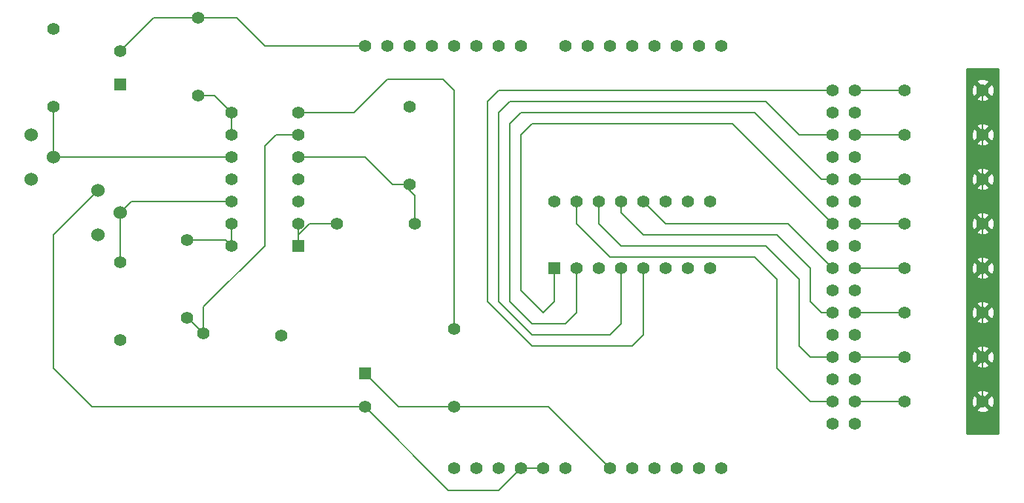
<source format=gtl>
G04 (created by PCBNEW-RS274X (2012-apr-16-27)-stable) date tor 22 apr 2014 20:35:00 CEST*
G01*
G70*
G90*
%MOIN*%
G04 Gerber Fmt 3.4, Leading zero omitted, Abs format*
%FSLAX34Y34*%
G04 APERTURE LIST*
%ADD10C,0.006000*%
%ADD11C,0.060000*%
%ADD12C,0.055000*%
%ADD13R,0.055000X0.055000*%
%ADD14C,0.008000*%
%ADD15C,0.010000*%
G04 APERTURE END LIST*
G54D10*
G54D11*
X60500Y-48000D03*
X61500Y-49000D03*
X60500Y-50000D03*
X57500Y-45500D03*
X58500Y-46500D03*
X57500Y-47500D03*
G54D12*
X96750Y-55500D03*
X100250Y-55500D03*
X61500Y-51250D03*
X61500Y-54750D03*
X58500Y-44250D03*
X58500Y-40750D03*
X74750Y-49500D03*
X71250Y-49500D03*
X64500Y-53750D03*
X64500Y-50250D03*
X74500Y-47750D03*
X74500Y-44250D03*
X68749Y-54546D03*
X65251Y-54454D03*
X65000Y-40250D03*
X65000Y-43750D03*
X76500Y-57750D03*
X76500Y-54250D03*
X96750Y-57500D03*
X100250Y-57500D03*
X96750Y-53500D03*
X100250Y-53500D03*
X96750Y-51500D03*
X100250Y-51500D03*
X96750Y-49500D03*
X100250Y-49500D03*
X96750Y-47500D03*
X100250Y-47500D03*
X96750Y-45500D03*
X100250Y-45500D03*
X96750Y-43500D03*
X100250Y-43500D03*
G54D13*
X81000Y-51500D03*
G54D12*
X82000Y-51500D03*
X83000Y-51500D03*
X84000Y-51500D03*
X85000Y-51500D03*
X86000Y-51500D03*
X87000Y-51500D03*
X88000Y-51500D03*
X88000Y-48500D03*
X87000Y-48500D03*
X86000Y-48500D03*
X85000Y-48500D03*
X84000Y-48500D03*
X83000Y-48500D03*
X82000Y-48500D03*
X81000Y-48500D03*
G54D13*
X69500Y-50500D03*
G54D12*
X69500Y-49500D03*
X69500Y-48500D03*
X69500Y-47500D03*
X69500Y-46500D03*
X69500Y-45500D03*
X69500Y-44500D03*
X66500Y-44500D03*
X66500Y-45500D03*
X66500Y-46500D03*
X66500Y-47500D03*
X66500Y-48500D03*
X66500Y-49500D03*
X66500Y-50500D03*
G54D13*
X61500Y-43250D03*
G54D12*
X61500Y-41750D03*
G54D13*
X72500Y-56250D03*
G54D12*
X72500Y-57750D03*
X94500Y-58500D03*
X94500Y-57500D03*
X94500Y-56500D03*
X94500Y-55500D03*
X94500Y-54500D03*
X94500Y-53500D03*
X94500Y-52500D03*
X94500Y-51500D03*
X93500Y-51500D03*
X93500Y-52500D03*
X93500Y-53500D03*
X93500Y-54500D03*
X93500Y-55500D03*
X93500Y-56500D03*
X93500Y-57500D03*
X93500Y-58500D03*
X94500Y-50500D03*
X94500Y-49500D03*
X93500Y-50500D03*
X93500Y-49500D03*
X94500Y-48500D03*
X94500Y-47500D03*
X94500Y-46500D03*
X94500Y-45500D03*
X94500Y-44500D03*
X94500Y-43500D03*
X93500Y-48500D03*
X93500Y-47500D03*
X93500Y-46500D03*
X93500Y-45500D03*
X93500Y-44500D03*
X93500Y-43500D03*
X81500Y-41500D03*
X82500Y-41500D03*
X83500Y-41500D03*
X84500Y-41500D03*
X85500Y-41500D03*
X86500Y-41500D03*
X87500Y-41500D03*
X88500Y-41500D03*
X79500Y-41500D03*
X78500Y-41500D03*
X77500Y-41500D03*
X76500Y-41500D03*
X75500Y-41500D03*
X74500Y-41500D03*
X73500Y-41500D03*
X72500Y-41500D03*
X88500Y-60500D03*
X87500Y-60500D03*
X86500Y-60500D03*
X85500Y-60500D03*
X84500Y-60500D03*
X83500Y-60500D03*
X81500Y-60500D03*
X80500Y-60500D03*
X79500Y-60500D03*
X78500Y-60500D03*
X77500Y-60500D03*
X76500Y-60500D03*
G54D14*
X72500Y-57750D02*
X60250Y-57750D01*
X58500Y-50000D02*
X60500Y-48000D01*
X58500Y-56000D02*
X58500Y-50000D01*
X60250Y-57750D02*
X58500Y-56000D01*
X79500Y-60500D02*
X80500Y-60500D01*
X76250Y-61500D02*
X72500Y-57750D01*
X79500Y-60500D02*
X78500Y-61500D01*
X78500Y-61500D02*
X76250Y-61500D01*
X73500Y-43000D02*
X76000Y-43000D01*
X76500Y-43500D02*
X76500Y-54250D01*
X72000Y-44500D02*
X73500Y-43000D01*
X69500Y-44500D02*
X72000Y-44500D01*
X76000Y-43000D02*
X76500Y-43500D01*
X65000Y-43750D02*
X65750Y-43750D01*
X65750Y-43750D02*
X66500Y-44500D01*
X66500Y-45500D02*
X66500Y-44500D01*
X68000Y-41500D02*
X72500Y-41500D01*
X63000Y-40250D02*
X61500Y-41750D01*
X66750Y-40250D02*
X68000Y-41500D01*
X65000Y-40250D02*
X63000Y-40250D01*
X65000Y-40250D02*
X66750Y-40250D01*
X96750Y-57500D02*
X94500Y-57500D01*
X66250Y-50250D02*
X66500Y-50500D01*
X64500Y-50250D02*
X66250Y-50250D01*
X66500Y-50500D02*
X66500Y-49500D01*
X96750Y-47500D02*
X94500Y-47500D01*
X96750Y-43500D02*
X94500Y-43500D01*
X96750Y-49500D02*
X94500Y-49500D01*
X96750Y-51500D02*
X94500Y-51500D01*
X96750Y-53500D02*
X94500Y-53500D01*
X71250Y-49500D02*
X70000Y-49500D01*
X70000Y-49500D02*
X69500Y-50000D01*
X69500Y-49500D02*
X69500Y-50500D01*
X74500Y-48000D02*
X74500Y-47750D01*
X74500Y-47750D02*
X73750Y-47750D01*
X73750Y-47750D02*
X72500Y-46500D01*
X72500Y-46500D02*
X69500Y-46500D01*
X74750Y-48250D02*
X74500Y-48000D01*
X74750Y-49500D02*
X74750Y-48250D01*
X65251Y-54454D02*
X65251Y-53249D01*
X65251Y-53249D02*
X68000Y-50500D01*
X68500Y-45500D02*
X69500Y-45500D01*
X64547Y-53750D02*
X65251Y-54454D01*
X68000Y-50500D02*
X68000Y-46000D01*
X68000Y-46000D02*
X68500Y-45500D01*
X64500Y-53750D02*
X64547Y-53750D01*
X58500Y-44250D02*
X58500Y-46500D01*
X58500Y-46500D02*
X66500Y-46500D01*
X96750Y-45500D02*
X94500Y-45500D01*
X80000Y-55000D02*
X84500Y-55000D01*
X84500Y-55000D02*
X85000Y-54500D01*
X93500Y-43500D02*
X78500Y-43500D01*
X78000Y-53000D02*
X80000Y-55000D01*
X78500Y-43500D02*
X78000Y-44000D01*
X78000Y-44000D02*
X78000Y-53000D01*
X85000Y-54500D02*
X85000Y-51500D01*
X82000Y-53500D02*
X82000Y-51500D01*
X79500Y-44500D02*
X79000Y-45000D01*
X81500Y-54000D02*
X82000Y-53500D01*
X80000Y-54000D02*
X81500Y-54000D01*
X79000Y-45000D02*
X79000Y-53000D01*
X93000Y-47500D02*
X90000Y-44500D01*
X93500Y-47500D02*
X93000Y-47500D01*
X79000Y-53000D02*
X80000Y-54000D01*
X90000Y-44500D02*
X79500Y-44500D01*
X62000Y-48500D02*
X66500Y-48500D01*
X61500Y-51250D02*
X61500Y-49000D01*
X61500Y-49000D02*
X62000Y-48500D01*
X91500Y-49500D02*
X86000Y-49500D01*
X93500Y-51500D02*
X91500Y-49500D01*
X86000Y-49500D02*
X85000Y-48500D01*
X90500Y-50500D02*
X84000Y-50500D01*
X93500Y-55500D02*
X92500Y-55500D01*
X83000Y-49500D02*
X83000Y-48500D01*
X84000Y-50500D02*
X83000Y-49500D01*
X92000Y-52000D02*
X90500Y-50500D01*
X92000Y-55000D02*
X92000Y-52000D01*
X92500Y-55500D02*
X92000Y-55000D01*
X80000Y-45000D02*
X79500Y-45500D01*
X89000Y-45000D02*
X80000Y-45000D01*
X79500Y-45500D02*
X79500Y-52500D01*
X93500Y-49500D02*
X89000Y-45000D01*
X79500Y-52500D02*
X80500Y-53500D01*
X81000Y-53000D02*
X81000Y-51500D01*
X80500Y-53500D02*
X81000Y-53000D01*
X93000Y-53500D02*
X92500Y-53000D01*
X84000Y-49000D02*
X84000Y-48500D01*
X93500Y-53500D02*
X93000Y-53500D01*
X85000Y-50000D02*
X84000Y-49000D01*
X91000Y-50000D02*
X85000Y-50000D01*
X92500Y-53000D02*
X92500Y-51500D01*
X92500Y-51500D02*
X91000Y-50000D01*
X83500Y-51000D02*
X82000Y-49500D01*
X91000Y-52000D02*
X90000Y-51000D01*
X92500Y-57500D02*
X91000Y-56000D01*
X91000Y-56000D02*
X91000Y-52000D01*
X82000Y-49500D02*
X82000Y-48500D01*
X90000Y-51000D02*
X83500Y-51000D01*
X93500Y-57500D02*
X92500Y-57500D01*
X96750Y-55500D02*
X94500Y-55500D01*
X74000Y-57750D02*
X72500Y-56250D01*
X76500Y-57750D02*
X74000Y-57750D01*
X76500Y-57750D02*
X80750Y-57750D01*
X80750Y-57750D02*
X83500Y-60500D01*
X90500Y-44000D02*
X79000Y-44000D01*
X84000Y-54000D02*
X84000Y-51500D01*
X80000Y-54500D02*
X83500Y-54500D01*
X83500Y-54500D02*
X84000Y-54000D01*
X78500Y-44500D02*
X78500Y-53000D01*
X78500Y-53000D02*
X80000Y-54500D01*
X79000Y-44000D02*
X78500Y-44500D01*
X92000Y-45500D02*
X90500Y-44000D01*
X93500Y-45500D02*
X92000Y-45500D01*
X100250Y-43500D02*
X100250Y-45500D01*
X100250Y-53500D02*
X100250Y-55500D01*
X100250Y-55500D02*
X100250Y-57500D01*
X100250Y-51500D02*
X100250Y-53500D01*
X100250Y-47500D02*
X100250Y-49500D01*
X100250Y-49500D02*
X100250Y-51500D01*
X100250Y-45500D02*
X100250Y-47500D01*
G54D10*
G36*
X100950Y-58950D02*
X100769Y-58950D01*
X100769Y-57574D01*
X100769Y-55574D01*
X100769Y-53574D01*
X100769Y-51574D01*
X100769Y-49574D01*
X100769Y-47574D01*
X100769Y-45574D01*
X100769Y-43574D01*
X100758Y-43370D01*
X100702Y-43233D01*
X100611Y-43210D01*
X100540Y-43281D01*
X100540Y-43139D01*
X100517Y-43048D01*
X100324Y-42981D01*
X100120Y-42992D01*
X99983Y-43048D01*
X99960Y-43139D01*
X100250Y-43429D01*
X100540Y-43139D01*
X100540Y-43281D01*
X100321Y-43500D01*
X100611Y-43790D01*
X100702Y-43767D01*
X100769Y-43574D01*
X100769Y-45574D01*
X100758Y-45370D01*
X100702Y-45233D01*
X100611Y-45210D01*
X100540Y-45281D01*
X100540Y-45139D01*
X100540Y-43861D01*
X100250Y-43571D01*
X100179Y-43642D01*
X100179Y-43500D01*
X99889Y-43210D01*
X99798Y-43233D01*
X99731Y-43426D01*
X99742Y-43630D01*
X99798Y-43767D01*
X99889Y-43790D01*
X100179Y-43500D01*
X100179Y-43642D01*
X99960Y-43861D01*
X99983Y-43952D01*
X100176Y-44019D01*
X100380Y-44008D01*
X100517Y-43952D01*
X100540Y-43861D01*
X100540Y-45139D01*
X100517Y-45048D01*
X100324Y-44981D01*
X100120Y-44992D01*
X99983Y-45048D01*
X99960Y-45139D01*
X100250Y-45429D01*
X100540Y-45139D01*
X100540Y-45281D01*
X100321Y-45500D01*
X100611Y-45790D01*
X100702Y-45767D01*
X100769Y-45574D01*
X100769Y-47574D01*
X100758Y-47370D01*
X100702Y-47233D01*
X100611Y-47210D01*
X100540Y-47281D01*
X100540Y-47139D01*
X100540Y-45861D01*
X100250Y-45571D01*
X100179Y-45642D01*
X100179Y-45500D01*
X99889Y-45210D01*
X99798Y-45233D01*
X99731Y-45426D01*
X99742Y-45630D01*
X99798Y-45767D01*
X99889Y-45790D01*
X100179Y-45500D01*
X100179Y-45642D01*
X99960Y-45861D01*
X99983Y-45952D01*
X100176Y-46019D01*
X100380Y-46008D01*
X100517Y-45952D01*
X100540Y-45861D01*
X100540Y-47139D01*
X100517Y-47048D01*
X100324Y-46981D01*
X100120Y-46992D01*
X99983Y-47048D01*
X99960Y-47139D01*
X100250Y-47429D01*
X100540Y-47139D01*
X100540Y-47281D01*
X100321Y-47500D01*
X100611Y-47790D01*
X100702Y-47767D01*
X100769Y-47574D01*
X100769Y-49574D01*
X100758Y-49370D01*
X100702Y-49233D01*
X100611Y-49210D01*
X100540Y-49281D01*
X100540Y-49139D01*
X100540Y-47861D01*
X100250Y-47571D01*
X100179Y-47642D01*
X100179Y-47500D01*
X99889Y-47210D01*
X99798Y-47233D01*
X99731Y-47426D01*
X99742Y-47630D01*
X99798Y-47767D01*
X99889Y-47790D01*
X100179Y-47500D01*
X100179Y-47642D01*
X99960Y-47861D01*
X99983Y-47952D01*
X100176Y-48019D01*
X100380Y-48008D01*
X100517Y-47952D01*
X100540Y-47861D01*
X100540Y-49139D01*
X100517Y-49048D01*
X100324Y-48981D01*
X100120Y-48992D01*
X99983Y-49048D01*
X99960Y-49139D01*
X100250Y-49429D01*
X100540Y-49139D01*
X100540Y-49281D01*
X100321Y-49500D01*
X100611Y-49790D01*
X100702Y-49767D01*
X100769Y-49574D01*
X100769Y-51574D01*
X100758Y-51370D01*
X100702Y-51233D01*
X100611Y-51210D01*
X100540Y-51281D01*
X100540Y-51139D01*
X100540Y-49861D01*
X100250Y-49571D01*
X100179Y-49642D01*
X100179Y-49500D01*
X99889Y-49210D01*
X99798Y-49233D01*
X99731Y-49426D01*
X99742Y-49630D01*
X99798Y-49767D01*
X99889Y-49790D01*
X100179Y-49500D01*
X100179Y-49642D01*
X99960Y-49861D01*
X99983Y-49952D01*
X100176Y-50019D01*
X100380Y-50008D01*
X100517Y-49952D01*
X100540Y-49861D01*
X100540Y-51139D01*
X100517Y-51048D01*
X100324Y-50981D01*
X100120Y-50992D01*
X99983Y-51048D01*
X99960Y-51139D01*
X100250Y-51429D01*
X100540Y-51139D01*
X100540Y-51281D01*
X100321Y-51500D01*
X100611Y-51790D01*
X100702Y-51767D01*
X100769Y-51574D01*
X100769Y-53574D01*
X100758Y-53370D01*
X100702Y-53233D01*
X100611Y-53210D01*
X100540Y-53281D01*
X100540Y-53139D01*
X100540Y-51861D01*
X100250Y-51571D01*
X100179Y-51642D01*
X100179Y-51500D01*
X99889Y-51210D01*
X99798Y-51233D01*
X99731Y-51426D01*
X99742Y-51630D01*
X99798Y-51767D01*
X99889Y-51790D01*
X100179Y-51500D01*
X100179Y-51642D01*
X99960Y-51861D01*
X99983Y-51952D01*
X100176Y-52019D01*
X100380Y-52008D01*
X100517Y-51952D01*
X100540Y-51861D01*
X100540Y-53139D01*
X100517Y-53048D01*
X100324Y-52981D01*
X100120Y-52992D01*
X99983Y-53048D01*
X99960Y-53139D01*
X100250Y-53429D01*
X100540Y-53139D01*
X100540Y-53281D01*
X100321Y-53500D01*
X100611Y-53790D01*
X100702Y-53767D01*
X100769Y-53574D01*
X100769Y-55574D01*
X100758Y-55370D01*
X100702Y-55233D01*
X100611Y-55210D01*
X100540Y-55281D01*
X100540Y-55139D01*
X100540Y-53861D01*
X100250Y-53571D01*
X100179Y-53642D01*
X100179Y-53500D01*
X99889Y-53210D01*
X99798Y-53233D01*
X99731Y-53426D01*
X99742Y-53630D01*
X99798Y-53767D01*
X99889Y-53790D01*
X100179Y-53500D01*
X100179Y-53642D01*
X99960Y-53861D01*
X99983Y-53952D01*
X100176Y-54019D01*
X100380Y-54008D01*
X100517Y-53952D01*
X100540Y-53861D01*
X100540Y-55139D01*
X100517Y-55048D01*
X100324Y-54981D01*
X100120Y-54992D01*
X99983Y-55048D01*
X99960Y-55139D01*
X100250Y-55429D01*
X100540Y-55139D01*
X100540Y-55281D01*
X100321Y-55500D01*
X100611Y-55790D01*
X100702Y-55767D01*
X100769Y-55574D01*
X100769Y-57574D01*
X100758Y-57370D01*
X100702Y-57233D01*
X100611Y-57210D01*
X100540Y-57281D01*
X100540Y-57139D01*
X100540Y-55861D01*
X100250Y-55571D01*
X100179Y-55642D01*
X100179Y-55500D01*
X99889Y-55210D01*
X99798Y-55233D01*
X99731Y-55426D01*
X99742Y-55630D01*
X99798Y-55767D01*
X99889Y-55790D01*
X100179Y-55500D01*
X100179Y-55642D01*
X99960Y-55861D01*
X99983Y-55952D01*
X100176Y-56019D01*
X100380Y-56008D01*
X100517Y-55952D01*
X100540Y-55861D01*
X100540Y-57139D01*
X100517Y-57048D01*
X100324Y-56981D01*
X100120Y-56992D01*
X99983Y-57048D01*
X99960Y-57139D01*
X100250Y-57429D01*
X100540Y-57139D01*
X100540Y-57281D01*
X100321Y-57500D01*
X100611Y-57790D01*
X100702Y-57767D01*
X100769Y-57574D01*
X100769Y-58950D01*
X100540Y-58950D01*
X100540Y-57861D01*
X100250Y-57571D01*
X100179Y-57642D01*
X100179Y-57500D01*
X99889Y-57210D01*
X99798Y-57233D01*
X99731Y-57426D01*
X99742Y-57630D01*
X99798Y-57767D01*
X99889Y-57790D01*
X100179Y-57500D01*
X100179Y-57642D01*
X99960Y-57861D01*
X99983Y-57952D01*
X100176Y-58019D01*
X100380Y-58008D01*
X100517Y-57952D01*
X100540Y-57861D01*
X100540Y-58950D01*
X99550Y-58950D01*
X99550Y-42550D01*
X100950Y-42550D01*
X100950Y-58950D01*
X100950Y-58950D01*
G37*
G54D15*
X100950Y-58950D02*
X100769Y-58950D01*
X100769Y-57574D01*
X100769Y-55574D01*
X100769Y-53574D01*
X100769Y-51574D01*
X100769Y-49574D01*
X100769Y-47574D01*
X100769Y-45574D01*
X100769Y-43574D01*
X100758Y-43370D01*
X100702Y-43233D01*
X100611Y-43210D01*
X100540Y-43281D01*
X100540Y-43139D01*
X100517Y-43048D01*
X100324Y-42981D01*
X100120Y-42992D01*
X99983Y-43048D01*
X99960Y-43139D01*
X100250Y-43429D01*
X100540Y-43139D01*
X100540Y-43281D01*
X100321Y-43500D01*
X100611Y-43790D01*
X100702Y-43767D01*
X100769Y-43574D01*
X100769Y-45574D01*
X100758Y-45370D01*
X100702Y-45233D01*
X100611Y-45210D01*
X100540Y-45281D01*
X100540Y-45139D01*
X100540Y-43861D01*
X100250Y-43571D01*
X100179Y-43642D01*
X100179Y-43500D01*
X99889Y-43210D01*
X99798Y-43233D01*
X99731Y-43426D01*
X99742Y-43630D01*
X99798Y-43767D01*
X99889Y-43790D01*
X100179Y-43500D01*
X100179Y-43642D01*
X99960Y-43861D01*
X99983Y-43952D01*
X100176Y-44019D01*
X100380Y-44008D01*
X100517Y-43952D01*
X100540Y-43861D01*
X100540Y-45139D01*
X100517Y-45048D01*
X100324Y-44981D01*
X100120Y-44992D01*
X99983Y-45048D01*
X99960Y-45139D01*
X100250Y-45429D01*
X100540Y-45139D01*
X100540Y-45281D01*
X100321Y-45500D01*
X100611Y-45790D01*
X100702Y-45767D01*
X100769Y-45574D01*
X100769Y-47574D01*
X100758Y-47370D01*
X100702Y-47233D01*
X100611Y-47210D01*
X100540Y-47281D01*
X100540Y-47139D01*
X100540Y-45861D01*
X100250Y-45571D01*
X100179Y-45642D01*
X100179Y-45500D01*
X99889Y-45210D01*
X99798Y-45233D01*
X99731Y-45426D01*
X99742Y-45630D01*
X99798Y-45767D01*
X99889Y-45790D01*
X100179Y-45500D01*
X100179Y-45642D01*
X99960Y-45861D01*
X99983Y-45952D01*
X100176Y-46019D01*
X100380Y-46008D01*
X100517Y-45952D01*
X100540Y-45861D01*
X100540Y-47139D01*
X100517Y-47048D01*
X100324Y-46981D01*
X100120Y-46992D01*
X99983Y-47048D01*
X99960Y-47139D01*
X100250Y-47429D01*
X100540Y-47139D01*
X100540Y-47281D01*
X100321Y-47500D01*
X100611Y-47790D01*
X100702Y-47767D01*
X100769Y-47574D01*
X100769Y-49574D01*
X100758Y-49370D01*
X100702Y-49233D01*
X100611Y-49210D01*
X100540Y-49281D01*
X100540Y-49139D01*
X100540Y-47861D01*
X100250Y-47571D01*
X100179Y-47642D01*
X100179Y-47500D01*
X99889Y-47210D01*
X99798Y-47233D01*
X99731Y-47426D01*
X99742Y-47630D01*
X99798Y-47767D01*
X99889Y-47790D01*
X100179Y-47500D01*
X100179Y-47642D01*
X99960Y-47861D01*
X99983Y-47952D01*
X100176Y-48019D01*
X100380Y-48008D01*
X100517Y-47952D01*
X100540Y-47861D01*
X100540Y-49139D01*
X100517Y-49048D01*
X100324Y-48981D01*
X100120Y-48992D01*
X99983Y-49048D01*
X99960Y-49139D01*
X100250Y-49429D01*
X100540Y-49139D01*
X100540Y-49281D01*
X100321Y-49500D01*
X100611Y-49790D01*
X100702Y-49767D01*
X100769Y-49574D01*
X100769Y-51574D01*
X100758Y-51370D01*
X100702Y-51233D01*
X100611Y-51210D01*
X100540Y-51281D01*
X100540Y-51139D01*
X100540Y-49861D01*
X100250Y-49571D01*
X100179Y-49642D01*
X100179Y-49500D01*
X99889Y-49210D01*
X99798Y-49233D01*
X99731Y-49426D01*
X99742Y-49630D01*
X99798Y-49767D01*
X99889Y-49790D01*
X100179Y-49500D01*
X100179Y-49642D01*
X99960Y-49861D01*
X99983Y-49952D01*
X100176Y-50019D01*
X100380Y-50008D01*
X100517Y-49952D01*
X100540Y-49861D01*
X100540Y-51139D01*
X100517Y-51048D01*
X100324Y-50981D01*
X100120Y-50992D01*
X99983Y-51048D01*
X99960Y-51139D01*
X100250Y-51429D01*
X100540Y-51139D01*
X100540Y-51281D01*
X100321Y-51500D01*
X100611Y-51790D01*
X100702Y-51767D01*
X100769Y-51574D01*
X100769Y-53574D01*
X100758Y-53370D01*
X100702Y-53233D01*
X100611Y-53210D01*
X100540Y-53281D01*
X100540Y-53139D01*
X100540Y-51861D01*
X100250Y-51571D01*
X100179Y-51642D01*
X100179Y-51500D01*
X99889Y-51210D01*
X99798Y-51233D01*
X99731Y-51426D01*
X99742Y-51630D01*
X99798Y-51767D01*
X99889Y-51790D01*
X100179Y-51500D01*
X100179Y-51642D01*
X99960Y-51861D01*
X99983Y-51952D01*
X100176Y-52019D01*
X100380Y-52008D01*
X100517Y-51952D01*
X100540Y-51861D01*
X100540Y-53139D01*
X100517Y-53048D01*
X100324Y-52981D01*
X100120Y-52992D01*
X99983Y-53048D01*
X99960Y-53139D01*
X100250Y-53429D01*
X100540Y-53139D01*
X100540Y-53281D01*
X100321Y-53500D01*
X100611Y-53790D01*
X100702Y-53767D01*
X100769Y-53574D01*
X100769Y-55574D01*
X100758Y-55370D01*
X100702Y-55233D01*
X100611Y-55210D01*
X100540Y-55281D01*
X100540Y-55139D01*
X100540Y-53861D01*
X100250Y-53571D01*
X100179Y-53642D01*
X100179Y-53500D01*
X99889Y-53210D01*
X99798Y-53233D01*
X99731Y-53426D01*
X99742Y-53630D01*
X99798Y-53767D01*
X99889Y-53790D01*
X100179Y-53500D01*
X100179Y-53642D01*
X99960Y-53861D01*
X99983Y-53952D01*
X100176Y-54019D01*
X100380Y-54008D01*
X100517Y-53952D01*
X100540Y-53861D01*
X100540Y-55139D01*
X100517Y-55048D01*
X100324Y-54981D01*
X100120Y-54992D01*
X99983Y-55048D01*
X99960Y-55139D01*
X100250Y-55429D01*
X100540Y-55139D01*
X100540Y-55281D01*
X100321Y-55500D01*
X100611Y-55790D01*
X100702Y-55767D01*
X100769Y-55574D01*
X100769Y-57574D01*
X100758Y-57370D01*
X100702Y-57233D01*
X100611Y-57210D01*
X100540Y-57281D01*
X100540Y-57139D01*
X100540Y-55861D01*
X100250Y-55571D01*
X100179Y-55642D01*
X100179Y-55500D01*
X99889Y-55210D01*
X99798Y-55233D01*
X99731Y-55426D01*
X99742Y-55630D01*
X99798Y-55767D01*
X99889Y-55790D01*
X100179Y-55500D01*
X100179Y-55642D01*
X99960Y-55861D01*
X99983Y-55952D01*
X100176Y-56019D01*
X100380Y-56008D01*
X100517Y-55952D01*
X100540Y-55861D01*
X100540Y-57139D01*
X100517Y-57048D01*
X100324Y-56981D01*
X100120Y-56992D01*
X99983Y-57048D01*
X99960Y-57139D01*
X100250Y-57429D01*
X100540Y-57139D01*
X100540Y-57281D01*
X100321Y-57500D01*
X100611Y-57790D01*
X100702Y-57767D01*
X100769Y-57574D01*
X100769Y-58950D01*
X100540Y-58950D01*
X100540Y-57861D01*
X100250Y-57571D01*
X100179Y-57642D01*
X100179Y-57500D01*
X99889Y-57210D01*
X99798Y-57233D01*
X99731Y-57426D01*
X99742Y-57630D01*
X99798Y-57767D01*
X99889Y-57790D01*
X100179Y-57500D01*
X100179Y-57642D01*
X99960Y-57861D01*
X99983Y-57952D01*
X100176Y-58019D01*
X100380Y-58008D01*
X100517Y-57952D01*
X100540Y-57861D01*
X100540Y-58950D01*
X99550Y-58950D01*
X99550Y-42550D01*
X100950Y-42550D01*
X100950Y-58950D01*
M02*

</source>
